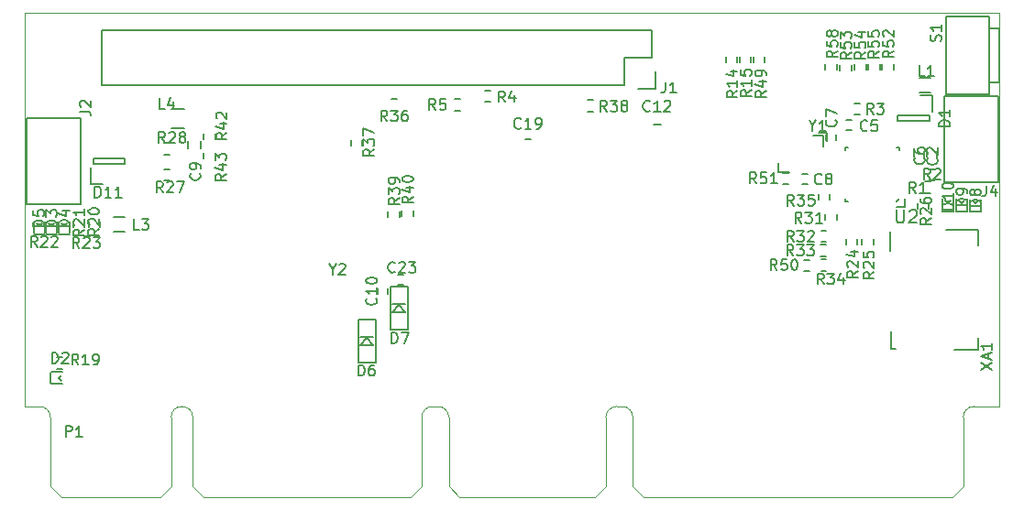
<source format=gbr>
G04 #@! TF.FileFunction,Legend,Top*
%FSLAX46Y46*%
G04 Gerber Fmt 4.6, Leading zero omitted, Abs format (unit mm)*
G04 Created by KiCad (PCBNEW 4.0.7) date 09/09/17 19:34:41*
%MOMM*%
%LPD*%
G01*
G04 APERTURE LIST*
%ADD10C,0.100000*%
%ADD11C,0.150000*%
G04 APERTURE END LIST*
D10*
X86767232Y-135759051D02*
X86767232Y-135359051D01*
X97917232Y-135359051D02*
X97917232Y-135759051D01*
X96917232Y-136759051D02*
X87767232Y-136759051D01*
X96917232Y-136759051D02*
X97917232Y-135759051D01*
X86767232Y-135759051D02*
X87767232Y-136759051D01*
X140567232Y-135759051D02*
X140567232Y-135359051D01*
X140567232Y-135759051D02*
X141567232Y-136759051D01*
X170067232Y-136759051D02*
X141567232Y-136759051D01*
X170067232Y-136759051D02*
X171067232Y-135759051D01*
X171067232Y-135359051D02*
X171067232Y-135759051D01*
X174417232Y-91959051D02*
X174417232Y-128359051D01*
X84417232Y-128359051D02*
X84417232Y-91959051D01*
X84417232Y-91959051D02*
X174417232Y-91959051D01*
X121067232Y-129359051D02*
X121067232Y-135359051D01*
X121067232Y-129359051D02*
G75*
G02X122067232Y-128359051I1000000J0D01*
G01*
X122567232Y-128359051D02*
X122067232Y-128359051D01*
X122567232Y-128359051D02*
G75*
G02X123567232Y-129359051I0J-1000000D01*
G01*
X123567232Y-135359051D02*
X123567232Y-129359051D01*
X138067232Y-129359051D02*
X138067232Y-135359051D01*
X138067232Y-129359051D02*
G75*
G02X139067232Y-128359051I1000000J0D01*
G01*
X139567232Y-128359051D02*
X139067232Y-128359051D01*
X139567232Y-128359051D02*
G75*
G02X140567232Y-129359051I0J-1000000D01*
G01*
X140567232Y-135359051D02*
X140567232Y-129359051D01*
X171067232Y-129359051D02*
X171067232Y-135359051D01*
X171067232Y-129359051D02*
G75*
G02X172067232Y-128359051I1000000J0D01*
G01*
X172067232Y-128359051D02*
X174417232Y-128359051D01*
X85767232Y-128359051D02*
X84417232Y-128359051D01*
X85767232Y-128359051D02*
G75*
G02X86767232Y-129359051I0J-1000000D01*
G01*
X86767232Y-135359051D02*
X86767232Y-129359051D01*
X97917232Y-129359051D02*
X97917232Y-135359051D01*
X97917232Y-129359051D02*
G75*
G02X99917232Y-129359051I1000000J0D01*
G01*
X99917232Y-135359051D02*
X99917232Y-129359051D01*
X137067232Y-136759051D02*
X124567232Y-136759051D01*
X137067232Y-136759051D02*
X138067232Y-135759051D01*
X138067232Y-135359051D02*
X138067232Y-135759051D01*
X123567232Y-135759051D02*
X123567232Y-135359051D01*
X123567232Y-135759051D02*
X124567232Y-136759051D01*
X120067232Y-136759051D02*
X100917232Y-136759051D01*
X120067232Y-136759051D02*
X121067232Y-135759051D01*
X121067232Y-135359051D02*
X121067232Y-135759051D01*
X99917232Y-135759051D02*
X99917232Y-135359051D01*
X99917232Y-135759051D02*
X100917232Y-136759051D01*
D11*
X151475000Y-96530000D02*
X151475000Y-96030000D01*
X150425000Y-96030000D02*
X150425000Y-96530000D01*
X97291000Y-105046000D02*
X97791000Y-105046000D01*
X97791000Y-103996000D02*
X97291000Y-103996000D01*
X172427800Y-122052800D02*
X172427800Y-123152800D01*
X172427800Y-123152800D02*
X170227800Y-123152800D01*
X169527800Y-112052800D02*
X172427800Y-112052800D01*
X172427800Y-112052800D02*
X172427800Y-113452800D01*
X164327800Y-113952800D02*
X164327800Y-112152800D01*
X164827800Y-123052800D02*
X164427800Y-123052800D01*
X164427800Y-123052800D02*
X164427800Y-121452800D01*
X161305000Y-113390000D02*
X161305000Y-112890000D01*
X160255000Y-112890000D02*
X160255000Y-113390000D01*
X158402000Y-103255000D02*
X158402000Y-103755000D01*
X159352000Y-103755000D02*
X159352000Y-103255000D01*
X156714000Y-106840000D02*
X156214000Y-106840000D01*
X156214000Y-107790000D02*
X156714000Y-107790000D01*
X160278000Y-102837000D02*
X160778000Y-102837000D01*
X160778000Y-101887000D02*
X160278000Y-101887000D01*
X100676000Y-103790000D02*
X100676000Y-104490000D01*
X99476000Y-104490000D02*
X99476000Y-103790000D01*
X166530000Y-104779000D02*
X166530000Y-105279000D01*
X167480000Y-105279000D02*
X167480000Y-104779000D01*
X167050000Y-97975000D02*
X168050000Y-97975000D01*
X168050000Y-99325000D02*
X167050000Y-99325000D01*
X93591000Y-112181000D02*
X92591000Y-112181000D01*
X92591000Y-110831000D02*
X93591000Y-110831000D01*
X97952000Y-100852000D02*
X99152000Y-100852000D01*
X99152000Y-102602000D02*
X97952000Y-102602000D01*
X167517000Y-108602000D02*
X168017000Y-108602000D01*
X168017000Y-107552000D02*
X167517000Y-107552000D01*
X168398000Y-106409000D02*
X167898000Y-106409000D01*
X167898000Y-107459000D02*
X168398000Y-107459000D01*
X126870000Y-100175000D02*
X127370000Y-100175000D01*
X127370000Y-99125000D02*
X126870000Y-99125000D01*
X124583000Y-99932000D02*
X124083000Y-99932000D01*
X124083000Y-100982000D02*
X124583000Y-100982000D01*
X97791000Y-106409000D02*
X97291000Y-106409000D01*
X97291000Y-107459000D02*
X97791000Y-107459000D01*
X101998000Y-103628000D02*
X101998000Y-103128000D01*
X100948000Y-103128000D02*
X100948000Y-103628000D01*
X101998000Y-105406000D02*
X101998000Y-104906000D01*
X100948000Y-104906000D02*
X100948000Y-105406000D01*
X161014600Y-101363000D02*
X161514600Y-101363000D01*
X161514600Y-100313000D02*
X161014600Y-100313000D01*
X118241000Y-100982000D02*
X118741000Y-100982000D01*
X118741000Y-99932000D02*
X118241000Y-99932000D01*
X159402000Y-111121000D02*
X159402000Y-110621000D01*
X158352000Y-110621000D02*
X158352000Y-111121000D01*
X157940000Y-113155000D02*
X158440000Y-113155000D01*
X158440000Y-112105000D02*
X157940000Y-112105000D01*
X157930000Y-114455000D02*
X158430000Y-114455000D01*
X158430000Y-113405000D02*
X157930000Y-113405000D01*
X157940000Y-115815000D02*
X158440000Y-115815000D01*
X158440000Y-114765000D02*
X157940000Y-114765000D01*
X158767000Y-109241400D02*
X158767000Y-108741400D01*
X157717000Y-108741400D02*
X157717000Y-109241400D01*
X115587000Y-104212200D02*
X115587000Y-103712200D01*
X114537000Y-103712200D02*
X114537000Y-104212200D01*
X165687000Y-109134000D02*
X165687000Y-109934000D01*
X165687000Y-109934000D02*
X164887000Y-109934000D01*
X165187000Y-109184000D02*
X164937000Y-109434000D01*
X160437000Y-109434000D02*
X160187000Y-109434000D01*
X160187000Y-109434000D02*
X160187000Y-109184000D01*
X164937000Y-104434000D02*
X165187000Y-104434000D01*
X165187000Y-104434000D02*
X165187000Y-104684000D01*
X160437000Y-104434000D02*
X160187000Y-104434000D01*
X160187000Y-104434000D02*
X160187000Y-104684000D01*
X158483000Y-103829000D02*
X158483000Y-103029000D01*
X158483000Y-103029000D02*
X157683000Y-103029000D01*
X154983000Y-106729000D02*
X153983000Y-106729000D01*
X153983000Y-106729000D02*
X153983000Y-105829000D01*
X158183000Y-104329000D02*
X158183000Y-103329000D01*
X158183000Y-103329000D02*
X157183000Y-103329000D01*
X173474080Y-93411040D02*
X174374080Y-93411040D01*
X174374080Y-93411040D02*
X174374080Y-98411040D01*
X174374080Y-98411040D02*
X173474080Y-98411040D01*
X173474080Y-92311040D02*
X169474080Y-92311040D01*
X169474080Y-92311040D02*
X169474080Y-99511040D01*
X169474080Y-99511040D02*
X173474080Y-99511040D01*
X173474080Y-99511040D02*
X173474080Y-92311040D01*
X167673000Y-104779000D02*
X167673000Y-105279000D01*
X168623000Y-105279000D02*
X168623000Y-104779000D01*
X90285000Y-111256000D02*
X90285000Y-111756000D01*
X91335000Y-111756000D02*
X91335000Y-111256000D01*
X88888000Y-111256000D02*
X88888000Y-111756000D01*
X89938000Y-111756000D02*
X89938000Y-111256000D01*
X85911800Y-113631200D02*
X86411800Y-113631200D01*
X86411800Y-112581200D02*
X85911800Y-112581200D01*
X162785000Y-113410000D02*
X162785000Y-112910000D01*
X161735000Y-112910000D02*
X161735000Y-113410000D01*
X166865000Y-109580000D02*
X166865000Y-110080000D01*
X167915000Y-110080000D02*
X167915000Y-109580000D01*
X116965000Y-117430000D02*
X116965000Y-117930000D01*
X117915000Y-117930000D02*
X117915000Y-117430000D01*
X142499600Y-101127000D02*
X143199600Y-101127000D01*
X143199600Y-102327000D02*
X142499600Y-102327000D01*
X130640000Y-103655000D02*
X131140000Y-103655000D01*
X131140000Y-102705000D02*
X130640000Y-102705000D01*
X116600000Y-121920000D02*
X115400000Y-121920000D01*
X116600000Y-122720000D02*
X115400000Y-122720000D01*
X115400000Y-122720000D02*
X116000000Y-122020000D01*
X116000000Y-122020000D02*
X116600000Y-122720000D01*
X116800000Y-124320000D02*
X116800000Y-120320000D01*
X116800000Y-120320000D02*
X115200000Y-120320000D01*
X115200000Y-120320000D02*
X115200000Y-124320000D01*
X115200000Y-124320000D02*
X116800000Y-124320000D01*
X119573600Y-118853000D02*
X118373600Y-118853000D01*
X119573600Y-119653000D02*
X118373600Y-119653000D01*
X118373600Y-119653000D02*
X118973600Y-118953000D01*
X118973600Y-118953000D02*
X119573600Y-119653000D01*
X119773600Y-121253000D02*
X119773600Y-117253000D01*
X119773600Y-117253000D02*
X118173600Y-117253000D01*
X118173600Y-117253000D02*
X118173600Y-121253000D01*
X118173600Y-121253000D02*
X119773600Y-121253000D01*
X150225000Y-96530000D02*
X150225000Y-96030000D01*
X149175000Y-96030000D02*
X149175000Y-96530000D01*
X87880000Y-123808000D02*
X87380000Y-123808000D01*
X87380000Y-124858000D02*
X87880000Y-124858000D01*
X89894600Y-113682000D02*
X90394600Y-113682000D01*
X90394600Y-112632000D02*
X89894600Y-112632000D01*
X136351200Y-101083600D02*
X136851200Y-101083600D01*
X136851200Y-100033600D02*
X136351200Y-100033600D01*
X119016000Y-110867000D02*
X119016000Y-110367000D01*
X117966000Y-110367000D02*
X117966000Y-110867000D01*
X120286000Y-110740000D02*
X120286000Y-110240000D01*
X119236000Y-110240000D02*
X119236000Y-110740000D01*
X119376000Y-116136400D02*
X118876000Y-116136400D01*
X118876000Y-117086400D02*
X119376000Y-117086400D01*
X89534000Y-101664000D02*
X89534000Y-109664000D01*
X89534000Y-109664000D02*
X84534000Y-109664000D01*
X84534000Y-109664000D02*
X84534000Y-101664000D01*
X84534000Y-101664000D02*
X89534000Y-101664000D01*
X169324940Y-107657400D02*
X169324940Y-99657400D01*
X169324940Y-99657400D02*
X174324940Y-99657400D01*
X174324940Y-99657400D02*
X174324940Y-107657400D01*
X174324940Y-107657400D02*
X169324940Y-107657400D01*
X168190000Y-101120000D02*
X168190000Y-99620000D01*
X168190000Y-99620000D02*
X167090000Y-99620000D01*
X167940000Y-101970000D02*
X167940000Y-101470000D01*
X165040000Y-101970000D02*
X167940000Y-101970000D01*
X165040000Y-101470000D02*
X165040000Y-101970000D01*
X167940000Y-101470000D02*
X165040000Y-101470000D01*
X90507000Y-106264000D02*
X90507000Y-107764000D01*
X90507000Y-107764000D02*
X91607000Y-107764000D01*
X90757000Y-105414000D02*
X90757000Y-105914000D01*
X93657000Y-105414000D02*
X90757000Y-105414000D01*
X93657000Y-105914000D02*
X93657000Y-105414000D01*
X90757000Y-105914000D02*
X93657000Y-105914000D01*
X152725000Y-96530000D02*
X152725000Y-96030000D01*
X151675000Y-96030000D02*
X151675000Y-96530000D01*
X156880000Y-114815000D02*
X156380000Y-114815000D01*
X156380000Y-115865000D02*
X156880000Y-115865000D01*
X154960000Y-106775000D02*
X154460000Y-106775000D01*
X154460000Y-107825000D02*
X154960000Y-107825000D01*
X164645000Y-97240000D02*
X164645000Y-96740000D01*
X163595000Y-96740000D02*
X163595000Y-97240000D01*
X160755000Y-97250000D02*
X160755000Y-96750000D01*
X159705000Y-96750000D02*
X159705000Y-97250000D01*
X162085000Y-97240000D02*
X162085000Y-96740000D01*
X161035000Y-96740000D02*
X161035000Y-97240000D01*
X163365000Y-97240000D02*
X163365000Y-96740000D01*
X162315000Y-96740000D02*
X162315000Y-97240000D01*
X159395000Y-97240000D02*
X159395000Y-96740000D01*
X158345000Y-96740000D02*
X158345000Y-97240000D01*
X142331440Y-93591380D02*
X91531440Y-93591380D01*
X139791440Y-98671380D02*
X91531440Y-98671380D01*
X91531440Y-93591380D02*
X91531440Y-98671380D01*
X142331440Y-93591380D02*
X142331440Y-96131380D01*
X141061440Y-98951380D02*
X142611440Y-98951380D01*
X142331440Y-96131380D02*
X139791440Y-96131380D01*
X139791440Y-96131380D02*
X139791440Y-98671380D01*
X142611440Y-98951380D02*
X142611440Y-97401380D01*
X86760400Y-125204600D02*
X86760400Y-126204600D01*
X87560400Y-125704600D02*
X87760400Y-125954600D01*
X87760400Y-125454600D02*
X87560400Y-125704600D01*
X87910400Y-125179600D02*
X86860400Y-125179600D01*
X87910400Y-126229600D02*
X86860400Y-126229600D01*
X86373000Y-112406000D02*
X87373000Y-112406000D01*
X86873000Y-111606000D02*
X87123000Y-111406000D01*
X86623000Y-111406000D02*
X86873000Y-111606000D01*
X86348000Y-111256000D02*
X86348000Y-112306000D01*
X87398000Y-111256000D02*
X87398000Y-112306000D01*
X87516000Y-112406000D02*
X88516000Y-112406000D01*
X88016000Y-111606000D02*
X88266000Y-111406000D01*
X87766000Y-111406000D02*
X88016000Y-111606000D01*
X87491000Y-111256000D02*
X87491000Y-112306000D01*
X88541000Y-111256000D02*
X88541000Y-112306000D01*
X85230000Y-112406000D02*
X86230000Y-112406000D01*
X85730000Y-111606000D02*
X85980000Y-111406000D01*
X85480000Y-111406000D02*
X85730000Y-111606000D01*
X85205000Y-111256000D02*
X85205000Y-112306000D01*
X86255000Y-111256000D02*
X86255000Y-112306000D01*
X171720000Y-110340000D02*
X172720000Y-110340000D01*
X172220000Y-109540000D02*
X172470000Y-109340000D01*
X171970000Y-109340000D02*
X172220000Y-109540000D01*
X171695000Y-109190000D02*
X171695000Y-110240000D01*
X172745000Y-109190000D02*
X172745000Y-110240000D01*
X170450000Y-110330000D02*
X171450000Y-110330000D01*
X170950000Y-109530000D02*
X171200000Y-109330000D01*
X170700000Y-109330000D02*
X170950000Y-109530000D01*
X170425000Y-109180000D02*
X170425000Y-110230000D01*
X171475000Y-109180000D02*
X171475000Y-110230000D01*
X169170000Y-110320000D02*
X170170000Y-110320000D01*
X169670000Y-109520000D02*
X169920000Y-109320000D01*
X169420000Y-109320000D02*
X169670000Y-109520000D01*
X169145000Y-109170000D02*
X169145000Y-110220000D01*
X170195000Y-109170000D02*
X170195000Y-110220000D01*
X112813809Y-115676190D02*
X112813809Y-116152381D01*
X112480476Y-115152381D02*
X112813809Y-115676190D01*
X113147143Y-115152381D01*
X113432857Y-115247619D02*
X113480476Y-115200000D01*
X113575714Y-115152381D01*
X113813810Y-115152381D01*
X113909048Y-115200000D01*
X113956667Y-115247619D01*
X114004286Y-115342857D01*
X114004286Y-115438095D01*
X113956667Y-115580952D01*
X113385238Y-116152381D01*
X114004286Y-116152381D01*
X151502381Y-99102857D02*
X151026190Y-99436191D01*
X151502381Y-99674286D02*
X150502381Y-99674286D01*
X150502381Y-99293333D01*
X150550000Y-99198095D01*
X150597619Y-99150476D01*
X150692857Y-99102857D01*
X150835714Y-99102857D01*
X150930952Y-99150476D01*
X150978571Y-99198095D01*
X151026190Y-99293333D01*
X151026190Y-99674286D01*
X151502381Y-98150476D02*
X151502381Y-98721905D01*
X151502381Y-98436191D02*
X150502381Y-98436191D01*
X150645238Y-98531429D01*
X150740476Y-98626667D01*
X150788095Y-98721905D01*
X150502381Y-97245714D02*
X150502381Y-97721905D01*
X150978571Y-97769524D01*
X150930952Y-97721905D01*
X150883333Y-97626667D01*
X150883333Y-97388571D01*
X150930952Y-97293333D01*
X150978571Y-97245714D01*
X151073810Y-97198095D01*
X151311905Y-97198095D01*
X151407143Y-97245714D01*
X151454762Y-97293333D01*
X151502381Y-97388571D01*
X151502381Y-97626667D01*
X151454762Y-97721905D01*
X151407143Y-97769524D01*
X97350343Y-103985321D02*
X97017009Y-103509130D01*
X96778914Y-103985321D02*
X96778914Y-102985321D01*
X97159867Y-102985321D01*
X97255105Y-103032940D01*
X97302724Y-103080559D01*
X97350343Y-103175797D01*
X97350343Y-103318654D01*
X97302724Y-103413892D01*
X97255105Y-103461511D01*
X97159867Y-103509130D01*
X96778914Y-103509130D01*
X97731295Y-103080559D02*
X97778914Y-103032940D01*
X97874152Y-102985321D01*
X98112248Y-102985321D01*
X98207486Y-103032940D01*
X98255105Y-103080559D01*
X98302724Y-103175797D01*
X98302724Y-103271035D01*
X98255105Y-103413892D01*
X97683676Y-103985321D01*
X98302724Y-103985321D01*
X98874152Y-103413892D02*
X98778914Y-103366273D01*
X98731295Y-103318654D01*
X98683676Y-103223416D01*
X98683676Y-103175797D01*
X98731295Y-103080559D01*
X98778914Y-103032940D01*
X98874152Y-102985321D01*
X99064629Y-102985321D01*
X99159867Y-103032940D01*
X99207486Y-103080559D01*
X99255105Y-103175797D01*
X99255105Y-103223416D01*
X99207486Y-103318654D01*
X99159867Y-103366273D01*
X99064629Y-103413892D01*
X98874152Y-103413892D01*
X98778914Y-103461511D01*
X98731295Y-103509130D01*
X98683676Y-103604369D01*
X98683676Y-103794845D01*
X98731295Y-103890083D01*
X98778914Y-103937702D01*
X98874152Y-103985321D01*
X99064629Y-103985321D01*
X99159867Y-103937702D01*
X99207486Y-103890083D01*
X99255105Y-103794845D01*
X99255105Y-103604369D01*
X99207486Y-103509130D01*
X99159867Y-103461511D01*
X99064629Y-103413892D01*
X172693081Y-124948795D02*
X173693081Y-124282128D01*
X172693081Y-124282128D02*
X173693081Y-124948795D01*
X173407367Y-123948795D02*
X173407367Y-123472604D01*
X173693081Y-124044033D02*
X172693081Y-123710700D01*
X173693081Y-123377366D01*
X173693081Y-122520223D02*
X173693081Y-123091652D01*
X173693081Y-122805938D02*
X172693081Y-122805938D01*
X172835938Y-122901176D01*
X172931176Y-122996414D01*
X172978795Y-123091652D01*
X161342381Y-115852857D02*
X160866190Y-116186191D01*
X161342381Y-116424286D02*
X160342381Y-116424286D01*
X160342381Y-116043333D01*
X160390000Y-115948095D01*
X160437619Y-115900476D01*
X160532857Y-115852857D01*
X160675714Y-115852857D01*
X160770952Y-115900476D01*
X160818571Y-115948095D01*
X160866190Y-116043333D01*
X160866190Y-116424286D01*
X160437619Y-115471905D02*
X160390000Y-115424286D01*
X160342381Y-115329048D01*
X160342381Y-115090952D01*
X160390000Y-114995714D01*
X160437619Y-114948095D01*
X160532857Y-114900476D01*
X160628095Y-114900476D01*
X160770952Y-114948095D01*
X161342381Y-115519524D01*
X161342381Y-114900476D01*
X160675714Y-114043333D02*
X161342381Y-114043333D01*
X160294762Y-114281429D02*
X161009048Y-114519524D01*
X161009048Y-113900476D01*
X159287143Y-101866666D02*
X159334762Y-101914285D01*
X159382381Y-102057142D01*
X159382381Y-102152380D01*
X159334762Y-102295238D01*
X159239524Y-102390476D01*
X159144286Y-102438095D01*
X158953810Y-102485714D01*
X158810952Y-102485714D01*
X158620476Y-102438095D01*
X158525238Y-102390476D01*
X158430000Y-102295238D01*
X158382381Y-102152380D01*
X158382381Y-102057142D01*
X158430000Y-101914285D01*
X158477619Y-101866666D01*
X158382381Y-101533333D02*
X158382381Y-100866666D01*
X159382381Y-101295238D01*
X157993334Y-107737143D02*
X157945715Y-107784762D01*
X157802858Y-107832381D01*
X157707620Y-107832381D01*
X157564762Y-107784762D01*
X157469524Y-107689524D01*
X157421905Y-107594286D01*
X157374286Y-107403810D01*
X157374286Y-107260952D01*
X157421905Y-107070476D01*
X157469524Y-106975238D01*
X157564762Y-106880000D01*
X157707620Y-106832381D01*
X157802858Y-106832381D01*
X157945715Y-106880000D01*
X157993334Y-106927619D01*
X158564762Y-107260952D02*
X158469524Y-107213333D01*
X158421905Y-107165714D01*
X158374286Y-107070476D01*
X158374286Y-107022857D01*
X158421905Y-106927619D01*
X158469524Y-106880000D01*
X158564762Y-106832381D01*
X158755239Y-106832381D01*
X158850477Y-106880000D01*
X158898096Y-106927619D01*
X158945715Y-107022857D01*
X158945715Y-107070476D01*
X158898096Y-107165714D01*
X158850477Y-107213333D01*
X158755239Y-107260952D01*
X158564762Y-107260952D01*
X158469524Y-107308571D01*
X158421905Y-107356190D01*
X158374286Y-107451429D01*
X158374286Y-107641905D01*
X158421905Y-107737143D01*
X158469524Y-107784762D01*
X158564762Y-107832381D01*
X158755239Y-107832381D01*
X158850477Y-107784762D01*
X158898096Y-107737143D01*
X158945715Y-107641905D01*
X158945715Y-107451429D01*
X158898096Y-107356190D01*
X158850477Y-107308571D01*
X158755239Y-107260952D01*
X162203334Y-102797143D02*
X162155715Y-102844762D01*
X162012858Y-102892381D01*
X161917620Y-102892381D01*
X161774762Y-102844762D01*
X161679524Y-102749524D01*
X161631905Y-102654286D01*
X161584286Y-102463810D01*
X161584286Y-102320952D01*
X161631905Y-102130476D01*
X161679524Y-102035238D01*
X161774762Y-101940000D01*
X161917620Y-101892381D01*
X162012858Y-101892381D01*
X162155715Y-101940000D01*
X162203334Y-101987619D01*
X163108096Y-101892381D02*
X162631905Y-101892381D01*
X162584286Y-102368571D01*
X162631905Y-102320952D01*
X162727143Y-102273333D01*
X162965239Y-102273333D01*
X163060477Y-102320952D01*
X163108096Y-102368571D01*
X163155715Y-102463810D01*
X163155715Y-102701905D01*
X163108096Y-102797143D01*
X163060477Y-102844762D01*
X162965239Y-102892381D01*
X162727143Y-102892381D01*
X162631905Y-102844762D01*
X162584286Y-102797143D01*
X100542363Y-106798406D02*
X100589982Y-106846025D01*
X100637601Y-106988882D01*
X100637601Y-107084120D01*
X100589982Y-107226978D01*
X100494744Y-107322216D01*
X100399506Y-107369835D01*
X100209030Y-107417454D01*
X100066172Y-107417454D01*
X99875696Y-107369835D01*
X99780458Y-107322216D01*
X99685220Y-107226978D01*
X99637601Y-107084120D01*
X99637601Y-106988882D01*
X99685220Y-106846025D01*
X99732839Y-106798406D01*
X100637601Y-106322216D02*
X100637601Y-106131740D01*
X100589982Y-106036501D01*
X100542363Y-105988882D01*
X100399506Y-105893644D01*
X100209030Y-105846025D01*
X99828077Y-105846025D01*
X99732839Y-105893644D01*
X99685220Y-105941263D01*
X99637601Y-106036501D01*
X99637601Y-106226978D01*
X99685220Y-106322216D01*
X99732839Y-106369835D01*
X99828077Y-106417454D01*
X100066172Y-106417454D01*
X100161410Y-106369835D01*
X100209030Y-106322216D01*
X100256649Y-106226978D01*
X100256649Y-106036501D01*
X100209030Y-105941263D01*
X100161410Y-105893644D01*
X100066172Y-105846025D01*
X167427143Y-105336666D02*
X167474762Y-105384285D01*
X167522381Y-105527142D01*
X167522381Y-105622380D01*
X167474762Y-105765238D01*
X167379524Y-105860476D01*
X167284286Y-105908095D01*
X167093810Y-105955714D01*
X166950952Y-105955714D01*
X166760476Y-105908095D01*
X166665238Y-105860476D01*
X166570000Y-105765238D01*
X166522381Y-105622380D01*
X166522381Y-105527142D01*
X166570000Y-105384285D01*
X166617619Y-105336666D01*
X166522381Y-104479523D02*
X166522381Y-104670000D01*
X166570000Y-104765238D01*
X166617619Y-104812857D01*
X166760476Y-104908095D01*
X166950952Y-104955714D01*
X167331905Y-104955714D01*
X167427143Y-104908095D01*
X167474762Y-104860476D01*
X167522381Y-104765238D01*
X167522381Y-104574761D01*
X167474762Y-104479523D01*
X167427143Y-104431904D01*
X167331905Y-104384285D01*
X167093810Y-104384285D01*
X166998571Y-104431904D01*
X166950952Y-104479523D01*
X166903333Y-104574761D01*
X166903333Y-104765238D01*
X166950952Y-104860476D01*
X166998571Y-104908095D01*
X167093810Y-104955714D01*
X167505254Y-97822221D02*
X167029063Y-97822221D01*
X167029063Y-96822221D01*
X168362397Y-97822221D02*
X167790968Y-97822221D01*
X168076682Y-97822221D02*
X168076682Y-96822221D01*
X167981444Y-96965078D01*
X167886206Y-97060316D01*
X167790968Y-97107935D01*
X94961414Y-112024421D02*
X94485223Y-112024421D01*
X94485223Y-111024421D01*
X95199509Y-111024421D02*
X95818557Y-111024421D01*
X95485223Y-111405373D01*
X95628081Y-111405373D01*
X95723319Y-111452992D01*
X95770938Y-111500611D01*
X95818557Y-111595850D01*
X95818557Y-111833945D01*
X95770938Y-111929183D01*
X95723319Y-111976802D01*
X95628081Y-112024421D01*
X95342366Y-112024421D01*
X95247128Y-111976802D01*
X95199509Y-111929183D01*
X97315994Y-100807781D02*
X96839803Y-100807781D01*
X96839803Y-99807781D01*
X98077899Y-100141114D02*
X98077899Y-100807781D01*
X97839803Y-99760162D02*
X97601708Y-100474448D01*
X98220756Y-100474448D01*
X166683334Y-108602381D02*
X166350000Y-108126190D01*
X166111905Y-108602381D02*
X166111905Y-107602381D01*
X166492858Y-107602381D01*
X166588096Y-107650000D01*
X166635715Y-107697619D01*
X166683334Y-107792857D01*
X166683334Y-107935714D01*
X166635715Y-108030952D01*
X166588096Y-108078571D01*
X166492858Y-108126190D01*
X166111905Y-108126190D01*
X167635715Y-108602381D02*
X167064286Y-108602381D01*
X167350000Y-108602381D02*
X167350000Y-107602381D01*
X167254762Y-107745238D01*
X167159524Y-107840476D01*
X167064286Y-107888095D01*
X168013334Y-107372381D02*
X167680000Y-106896190D01*
X167441905Y-107372381D02*
X167441905Y-106372381D01*
X167822858Y-106372381D01*
X167918096Y-106420000D01*
X167965715Y-106467619D01*
X168013334Y-106562857D01*
X168013334Y-106705714D01*
X167965715Y-106800952D01*
X167918096Y-106848571D01*
X167822858Y-106896190D01*
X167441905Y-106896190D01*
X168394286Y-106467619D02*
X168441905Y-106420000D01*
X168537143Y-106372381D01*
X168775239Y-106372381D01*
X168870477Y-106420000D01*
X168918096Y-106467619D01*
X168965715Y-106562857D01*
X168965715Y-106658095D01*
X168918096Y-106800952D01*
X168346667Y-107372381D01*
X168965715Y-107372381D01*
X128751654Y-100206521D02*
X128418320Y-99730330D01*
X128180225Y-100206521D02*
X128180225Y-99206521D01*
X128561178Y-99206521D01*
X128656416Y-99254140D01*
X128704035Y-99301759D01*
X128751654Y-99396997D01*
X128751654Y-99539854D01*
X128704035Y-99635092D01*
X128656416Y-99682711D01*
X128561178Y-99730330D01*
X128180225Y-99730330D01*
X129608797Y-99539854D02*
X129608797Y-100206521D01*
X129370701Y-99158902D02*
X129132606Y-99873188D01*
X129751654Y-99873188D01*
X122332454Y-100929701D02*
X121999120Y-100453510D01*
X121761025Y-100929701D02*
X121761025Y-99929701D01*
X122141978Y-99929701D01*
X122237216Y-99977320D01*
X122284835Y-100024939D01*
X122332454Y-100120177D01*
X122332454Y-100263034D01*
X122284835Y-100358272D01*
X122237216Y-100405891D01*
X122141978Y-100453510D01*
X121761025Y-100453510D01*
X123237216Y-99929701D02*
X122761025Y-99929701D01*
X122713406Y-100405891D01*
X122761025Y-100358272D01*
X122856263Y-100310653D01*
X123094359Y-100310653D01*
X123189597Y-100358272D01*
X123237216Y-100405891D01*
X123284835Y-100501130D01*
X123284835Y-100739225D01*
X123237216Y-100834463D01*
X123189597Y-100882082D01*
X123094359Y-100929701D01*
X122856263Y-100929701D01*
X122761025Y-100882082D01*
X122713406Y-100834463D01*
X97159843Y-108564941D02*
X96826509Y-108088750D01*
X96588414Y-108564941D02*
X96588414Y-107564941D01*
X96969367Y-107564941D01*
X97064605Y-107612560D01*
X97112224Y-107660179D01*
X97159843Y-107755417D01*
X97159843Y-107898274D01*
X97112224Y-107993512D01*
X97064605Y-108041131D01*
X96969367Y-108088750D01*
X96588414Y-108088750D01*
X97540795Y-107660179D02*
X97588414Y-107612560D01*
X97683652Y-107564941D01*
X97921748Y-107564941D01*
X98016986Y-107612560D01*
X98064605Y-107660179D01*
X98112224Y-107755417D01*
X98112224Y-107850655D01*
X98064605Y-107993512D01*
X97493176Y-108564941D01*
X98112224Y-108564941D01*
X98445557Y-107564941D02*
X99112224Y-107564941D01*
X98683652Y-108564941D01*
X103068381Y-103055657D02*
X102592190Y-103388991D01*
X103068381Y-103627086D02*
X102068381Y-103627086D01*
X102068381Y-103246133D01*
X102116000Y-103150895D01*
X102163619Y-103103276D01*
X102258857Y-103055657D01*
X102401714Y-103055657D01*
X102496952Y-103103276D01*
X102544571Y-103150895D01*
X102592190Y-103246133D01*
X102592190Y-103627086D01*
X102401714Y-102198514D02*
X103068381Y-102198514D01*
X102020762Y-102436610D02*
X102735048Y-102674705D01*
X102735048Y-102055657D01*
X102163619Y-101722324D02*
X102116000Y-101674705D01*
X102068381Y-101579467D01*
X102068381Y-101341371D01*
X102116000Y-101246133D01*
X102163619Y-101198514D01*
X102258857Y-101150895D01*
X102354095Y-101150895D01*
X102496952Y-101198514D01*
X103068381Y-101769943D01*
X103068381Y-101150895D01*
X103007421Y-106875817D02*
X102531230Y-107209151D01*
X103007421Y-107447246D02*
X102007421Y-107447246D01*
X102007421Y-107066293D01*
X102055040Y-106971055D01*
X102102659Y-106923436D01*
X102197897Y-106875817D01*
X102340754Y-106875817D01*
X102435992Y-106923436D01*
X102483611Y-106971055D01*
X102531230Y-107066293D01*
X102531230Y-107447246D01*
X102340754Y-106018674D02*
X103007421Y-106018674D01*
X101959802Y-106256770D02*
X102674088Y-106494865D01*
X102674088Y-105875817D01*
X102007421Y-105590103D02*
X102007421Y-104971055D01*
X102388373Y-105304389D01*
X102388373Y-105161531D01*
X102435992Y-105066293D01*
X102483611Y-105018674D01*
X102578850Y-104971055D01*
X102816945Y-104971055D01*
X102912183Y-105018674D01*
X102959802Y-105066293D01*
X103007421Y-105161531D01*
X103007421Y-105447246D01*
X102959802Y-105542484D01*
X102912183Y-105590103D01*
X162773334Y-101322381D02*
X162440000Y-100846190D01*
X162201905Y-101322381D02*
X162201905Y-100322381D01*
X162582858Y-100322381D01*
X162678096Y-100370000D01*
X162725715Y-100417619D01*
X162773334Y-100512857D01*
X162773334Y-100655714D01*
X162725715Y-100750952D01*
X162678096Y-100798571D01*
X162582858Y-100846190D01*
X162201905Y-100846190D01*
X163106667Y-100322381D02*
X163725715Y-100322381D01*
X163392381Y-100703333D01*
X163535239Y-100703333D01*
X163630477Y-100750952D01*
X163678096Y-100798571D01*
X163725715Y-100893810D01*
X163725715Y-101131905D01*
X163678096Y-101227143D01*
X163630477Y-101274762D01*
X163535239Y-101322381D01*
X163249524Y-101322381D01*
X163154286Y-101274762D01*
X163106667Y-101227143D01*
X117878623Y-101981261D02*
X117545289Y-101505070D01*
X117307194Y-101981261D02*
X117307194Y-100981261D01*
X117688147Y-100981261D01*
X117783385Y-101028880D01*
X117831004Y-101076499D01*
X117878623Y-101171737D01*
X117878623Y-101314594D01*
X117831004Y-101409832D01*
X117783385Y-101457451D01*
X117688147Y-101505070D01*
X117307194Y-101505070D01*
X118211956Y-100981261D02*
X118831004Y-100981261D01*
X118497670Y-101362213D01*
X118640528Y-101362213D01*
X118735766Y-101409832D01*
X118783385Y-101457451D01*
X118831004Y-101552690D01*
X118831004Y-101790785D01*
X118783385Y-101886023D01*
X118735766Y-101933642D01*
X118640528Y-101981261D01*
X118354813Y-101981261D01*
X118259575Y-101933642D01*
X118211956Y-101886023D01*
X119688147Y-100981261D02*
X119497670Y-100981261D01*
X119402432Y-101028880D01*
X119354813Y-101076499D01*
X119259575Y-101219356D01*
X119211956Y-101409832D01*
X119211956Y-101790785D01*
X119259575Y-101886023D01*
X119307194Y-101933642D01*
X119402432Y-101981261D01*
X119592909Y-101981261D01*
X119688147Y-101933642D01*
X119735766Y-101886023D01*
X119783385Y-101790785D01*
X119783385Y-101552690D01*
X119735766Y-101457451D01*
X119688147Y-101409832D01*
X119592909Y-101362213D01*
X119402432Y-101362213D01*
X119307194Y-101409832D01*
X119259575Y-101457451D01*
X119211956Y-101552690D01*
X156147143Y-111402381D02*
X155813809Y-110926190D01*
X155575714Y-111402381D02*
X155575714Y-110402381D01*
X155956667Y-110402381D01*
X156051905Y-110450000D01*
X156099524Y-110497619D01*
X156147143Y-110592857D01*
X156147143Y-110735714D01*
X156099524Y-110830952D01*
X156051905Y-110878571D01*
X155956667Y-110926190D01*
X155575714Y-110926190D01*
X156480476Y-110402381D02*
X157099524Y-110402381D01*
X156766190Y-110783333D01*
X156909048Y-110783333D01*
X157004286Y-110830952D01*
X157051905Y-110878571D01*
X157099524Y-110973810D01*
X157099524Y-111211905D01*
X157051905Y-111307143D01*
X157004286Y-111354762D01*
X156909048Y-111402381D01*
X156623333Y-111402381D01*
X156528095Y-111354762D01*
X156480476Y-111307143D01*
X158051905Y-111402381D02*
X157480476Y-111402381D01*
X157766190Y-111402381D02*
X157766190Y-110402381D01*
X157670952Y-110545238D01*
X157575714Y-110640476D01*
X157480476Y-110688095D01*
X155397143Y-113112381D02*
X155063809Y-112636190D01*
X154825714Y-113112381D02*
X154825714Y-112112381D01*
X155206667Y-112112381D01*
X155301905Y-112160000D01*
X155349524Y-112207619D01*
X155397143Y-112302857D01*
X155397143Y-112445714D01*
X155349524Y-112540952D01*
X155301905Y-112588571D01*
X155206667Y-112636190D01*
X154825714Y-112636190D01*
X155730476Y-112112381D02*
X156349524Y-112112381D01*
X156016190Y-112493333D01*
X156159048Y-112493333D01*
X156254286Y-112540952D01*
X156301905Y-112588571D01*
X156349524Y-112683810D01*
X156349524Y-112921905D01*
X156301905Y-113017143D01*
X156254286Y-113064762D01*
X156159048Y-113112381D01*
X155873333Y-113112381D01*
X155778095Y-113064762D01*
X155730476Y-113017143D01*
X156730476Y-112207619D02*
X156778095Y-112160000D01*
X156873333Y-112112381D01*
X157111429Y-112112381D01*
X157206667Y-112160000D01*
X157254286Y-112207619D01*
X157301905Y-112302857D01*
X157301905Y-112398095D01*
X157254286Y-112540952D01*
X156682857Y-113112381D01*
X157301905Y-113112381D01*
X155377143Y-114402381D02*
X155043809Y-113926190D01*
X154805714Y-114402381D02*
X154805714Y-113402381D01*
X155186667Y-113402381D01*
X155281905Y-113450000D01*
X155329524Y-113497619D01*
X155377143Y-113592857D01*
X155377143Y-113735714D01*
X155329524Y-113830952D01*
X155281905Y-113878571D01*
X155186667Y-113926190D01*
X154805714Y-113926190D01*
X155710476Y-113402381D02*
X156329524Y-113402381D01*
X155996190Y-113783333D01*
X156139048Y-113783333D01*
X156234286Y-113830952D01*
X156281905Y-113878571D01*
X156329524Y-113973810D01*
X156329524Y-114211905D01*
X156281905Y-114307143D01*
X156234286Y-114354762D01*
X156139048Y-114402381D01*
X155853333Y-114402381D01*
X155758095Y-114354762D01*
X155710476Y-114307143D01*
X156662857Y-113402381D02*
X157281905Y-113402381D01*
X156948571Y-113783333D01*
X157091429Y-113783333D01*
X157186667Y-113830952D01*
X157234286Y-113878571D01*
X157281905Y-113973810D01*
X157281905Y-114211905D01*
X157234286Y-114307143D01*
X157186667Y-114354762D01*
X157091429Y-114402381D01*
X156805714Y-114402381D01*
X156710476Y-114354762D01*
X156662857Y-114307143D01*
X158187143Y-117052381D02*
X157853809Y-116576190D01*
X157615714Y-117052381D02*
X157615714Y-116052381D01*
X157996667Y-116052381D01*
X158091905Y-116100000D01*
X158139524Y-116147619D01*
X158187143Y-116242857D01*
X158187143Y-116385714D01*
X158139524Y-116480952D01*
X158091905Y-116528571D01*
X157996667Y-116576190D01*
X157615714Y-116576190D01*
X158520476Y-116052381D02*
X159139524Y-116052381D01*
X158806190Y-116433333D01*
X158949048Y-116433333D01*
X159044286Y-116480952D01*
X159091905Y-116528571D01*
X159139524Y-116623810D01*
X159139524Y-116861905D01*
X159091905Y-116957143D01*
X159044286Y-117004762D01*
X158949048Y-117052381D01*
X158663333Y-117052381D01*
X158568095Y-117004762D01*
X158520476Y-116957143D01*
X159996667Y-116385714D02*
X159996667Y-117052381D01*
X159758571Y-116004762D02*
X159520476Y-116719048D01*
X160139524Y-116719048D01*
X155437143Y-109782381D02*
X155103809Y-109306190D01*
X154865714Y-109782381D02*
X154865714Y-108782381D01*
X155246667Y-108782381D01*
X155341905Y-108830000D01*
X155389524Y-108877619D01*
X155437143Y-108972857D01*
X155437143Y-109115714D01*
X155389524Y-109210952D01*
X155341905Y-109258571D01*
X155246667Y-109306190D01*
X154865714Y-109306190D01*
X155770476Y-108782381D02*
X156389524Y-108782381D01*
X156056190Y-109163333D01*
X156199048Y-109163333D01*
X156294286Y-109210952D01*
X156341905Y-109258571D01*
X156389524Y-109353810D01*
X156389524Y-109591905D01*
X156341905Y-109687143D01*
X156294286Y-109734762D01*
X156199048Y-109782381D01*
X155913333Y-109782381D01*
X155818095Y-109734762D01*
X155770476Y-109687143D01*
X157294286Y-108782381D02*
X156818095Y-108782381D01*
X156770476Y-109258571D01*
X156818095Y-109210952D01*
X156913333Y-109163333D01*
X157151429Y-109163333D01*
X157246667Y-109210952D01*
X157294286Y-109258571D01*
X157341905Y-109353810D01*
X157341905Y-109591905D01*
X157294286Y-109687143D01*
X157246667Y-109734762D01*
X157151429Y-109782381D01*
X156913333Y-109782381D01*
X156818095Y-109734762D01*
X156770476Y-109687143D01*
X116672621Y-104579657D02*
X116196430Y-104912991D01*
X116672621Y-105151086D02*
X115672621Y-105151086D01*
X115672621Y-104770133D01*
X115720240Y-104674895D01*
X115767859Y-104627276D01*
X115863097Y-104579657D01*
X116005954Y-104579657D01*
X116101192Y-104627276D01*
X116148811Y-104674895D01*
X116196430Y-104770133D01*
X116196430Y-105151086D01*
X115672621Y-104246324D02*
X115672621Y-103627276D01*
X116053573Y-103960610D01*
X116053573Y-103817752D01*
X116101192Y-103722514D01*
X116148811Y-103674895D01*
X116244050Y-103627276D01*
X116482145Y-103627276D01*
X116577383Y-103674895D01*
X116625002Y-103722514D01*
X116672621Y-103817752D01*
X116672621Y-104103467D01*
X116625002Y-104198705D01*
X116577383Y-104246324D01*
X115672621Y-103293943D02*
X115672621Y-102627276D01*
X116672621Y-103055848D01*
X164912154Y-110183377D02*
X164912154Y-111154806D01*
X164969297Y-111269091D01*
X165026440Y-111326234D01*
X165140726Y-111383377D01*
X165369297Y-111383377D01*
X165483583Y-111326234D01*
X165540726Y-111269091D01*
X165597869Y-111154806D01*
X165597869Y-110183377D01*
X166112154Y-110297663D02*
X166169297Y-110240520D01*
X166283583Y-110183377D01*
X166569297Y-110183377D01*
X166683583Y-110240520D01*
X166740726Y-110297663D01*
X166797869Y-110411949D01*
X166797869Y-110526234D01*
X166740726Y-110697663D01*
X166055012Y-111383377D01*
X166797869Y-111383377D01*
X157166369Y-102409310D02*
X157166369Y-102885501D01*
X156833036Y-101885501D02*
X157166369Y-102409310D01*
X157499703Y-101885501D01*
X158356846Y-102885501D02*
X157785417Y-102885501D01*
X158071131Y-102885501D02*
X158071131Y-101885501D01*
X157975893Y-102028358D01*
X157880655Y-102123596D01*
X157785417Y-102171215D01*
X168978842Y-94572945D02*
X169026461Y-94430088D01*
X169026461Y-94191992D01*
X168978842Y-94096754D01*
X168931223Y-94049135D01*
X168835985Y-94001516D01*
X168740747Y-94001516D01*
X168645509Y-94049135D01*
X168597890Y-94096754D01*
X168550270Y-94191992D01*
X168502651Y-94382469D01*
X168455032Y-94477707D01*
X168407413Y-94525326D01*
X168312175Y-94572945D01*
X168216937Y-94572945D01*
X168121699Y-94525326D01*
X168074080Y-94477707D01*
X168026461Y-94382469D01*
X168026461Y-94144373D01*
X168074080Y-94001516D01*
X169026461Y-93049135D02*
X169026461Y-93620564D01*
X169026461Y-93334850D02*
X168026461Y-93334850D01*
X168169318Y-93430088D01*
X168264556Y-93525326D01*
X168312175Y-93620564D01*
X168617143Y-105376666D02*
X168664762Y-105424285D01*
X168712381Y-105567142D01*
X168712381Y-105662380D01*
X168664762Y-105805238D01*
X168569524Y-105900476D01*
X168474286Y-105948095D01*
X168283810Y-105995714D01*
X168140952Y-105995714D01*
X167950476Y-105948095D01*
X167855238Y-105900476D01*
X167760000Y-105805238D01*
X167712381Y-105662380D01*
X167712381Y-105567142D01*
X167760000Y-105424285D01*
X167807619Y-105376666D01*
X167807619Y-104995714D02*
X167760000Y-104948095D01*
X167712381Y-104852857D01*
X167712381Y-104614761D01*
X167760000Y-104519523D01*
X167807619Y-104471904D01*
X167902857Y-104424285D01*
X167998095Y-104424285D01*
X168140952Y-104471904D01*
X168712381Y-105043333D01*
X168712381Y-104424285D01*
X91282381Y-111932857D02*
X90806190Y-112266191D01*
X91282381Y-112504286D02*
X90282381Y-112504286D01*
X90282381Y-112123333D01*
X90330000Y-112028095D01*
X90377619Y-111980476D01*
X90472857Y-111932857D01*
X90615714Y-111932857D01*
X90710952Y-111980476D01*
X90758571Y-112028095D01*
X90806190Y-112123333D01*
X90806190Y-112504286D01*
X90377619Y-111551905D02*
X90330000Y-111504286D01*
X90282381Y-111409048D01*
X90282381Y-111170952D01*
X90330000Y-111075714D01*
X90377619Y-111028095D01*
X90472857Y-110980476D01*
X90568095Y-110980476D01*
X90710952Y-111028095D01*
X91282381Y-111599524D01*
X91282381Y-110980476D01*
X90282381Y-110361429D02*
X90282381Y-110266190D01*
X90330000Y-110170952D01*
X90377619Y-110123333D01*
X90472857Y-110075714D01*
X90663333Y-110028095D01*
X90901429Y-110028095D01*
X91091905Y-110075714D01*
X91187143Y-110123333D01*
X91234762Y-110170952D01*
X91282381Y-110266190D01*
X91282381Y-110361429D01*
X91234762Y-110456667D01*
X91187143Y-110504286D01*
X91091905Y-110551905D01*
X90901429Y-110599524D01*
X90663333Y-110599524D01*
X90472857Y-110551905D01*
X90377619Y-110504286D01*
X90330000Y-110456667D01*
X90282381Y-110361429D01*
X89892381Y-111992857D02*
X89416190Y-112326191D01*
X89892381Y-112564286D02*
X88892381Y-112564286D01*
X88892381Y-112183333D01*
X88940000Y-112088095D01*
X88987619Y-112040476D01*
X89082857Y-111992857D01*
X89225714Y-111992857D01*
X89320952Y-112040476D01*
X89368571Y-112088095D01*
X89416190Y-112183333D01*
X89416190Y-112564286D01*
X88987619Y-111611905D02*
X88940000Y-111564286D01*
X88892381Y-111469048D01*
X88892381Y-111230952D01*
X88940000Y-111135714D01*
X88987619Y-111088095D01*
X89082857Y-111040476D01*
X89178095Y-111040476D01*
X89320952Y-111088095D01*
X89892381Y-111659524D01*
X89892381Y-111040476D01*
X89892381Y-110088095D02*
X89892381Y-110659524D01*
X89892381Y-110373810D02*
X88892381Y-110373810D01*
X89035238Y-110469048D01*
X89130476Y-110564286D01*
X89178095Y-110659524D01*
X85547143Y-113592381D02*
X85213809Y-113116190D01*
X84975714Y-113592381D02*
X84975714Y-112592381D01*
X85356667Y-112592381D01*
X85451905Y-112640000D01*
X85499524Y-112687619D01*
X85547143Y-112782857D01*
X85547143Y-112925714D01*
X85499524Y-113020952D01*
X85451905Y-113068571D01*
X85356667Y-113116190D01*
X84975714Y-113116190D01*
X85928095Y-112687619D02*
X85975714Y-112640000D01*
X86070952Y-112592381D01*
X86309048Y-112592381D01*
X86404286Y-112640000D01*
X86451905Y-112687619D01*
X86499524Y-112782857D01*
X86499524Y-112878095D01*
X86451905Y-113020952D01*
X85880476Y-113592381D01*
X86499524Y-113592381D01*
X86880476Y-112687619D02*
X86928095Y-112640000D01*
X87023333Y-112592381D01*
X87261429Y-112592381D01*
X87356667Y-112640000D01*
X87404286Y-112687619D01*
X87451905Y-112782857D01*
X87451905Y-112878095D01*
X87404286Y-113020952D01*
X86832857Y-113592381D01*
X87451905Y-113592381D01*
X162842381Y-115922857D02*
X162366190Y-116256191D01*
X162842381Y-116494286D02*
X161842381Y-116494286D01*
X161842381Y-116113333D01*
X161890000Y-116018095D01*
X161937619Y-115970476D01*
X162032857Y-115922857D01*
X162175714Y-115922857D01*
X162270952Y-115970476D01*
X162318571Y-116018095D01*
X162366190Y-116113333D01*
X162366190Y-116494286D01*
X161937619Y-115541905D02*
X161890000Y-115494286D01*
X161842381Y-115399048D01*
X161842381Y-115160952D01*
X161890000Y-115065714D01*
X161937619Y-115018095D01*
X162032857Y-114970476D01*
X162128095Y-114970476D01*
X162270952Y-115018095D01*
X162842381Y-115589524D01*
X162842381Y-114970476D01*
X161842381Y-114065714D02*
X161842381Y-114541905D01*
X162318571Y-114589524D01*
X162270952Y-114541905D01*
X162223333Y-114446667D01*
X162223333Y-114208571D01*
X162270952Y-114113333D01*
X162318571Y-114065714D01*
X162413810Y-114018095D01*
X162651905Y-114018095D01*
X162747143Y-114065714D01*
X162794762Y-114113333D01*
X162842381Y-114208571D01*
X162842381Y-114446667D01*
X162794762Y-114541905D01*
X162747143Y-114589524D01*
X168102381Y-110942857D02*
X167626190Y-111276191D01*
X168102381Y-111514286D02*
X167102381Y-111514286D01*
X167102381Y-111133333D01*
X167150000Y-111038095D01*
X167197619Y-110990476D01*
X167292857Y-110942857D01*
X167435714Y-110942857D01*
X167530952Y-110990476D01*
X167578571Y-111038095D01*
X167626190Y-111133333D01*
X167626190Y-111514286D01*
X167197619Y-110561905D02*
X167150000Y-110514286D01*
X167102381Y-110419048D01*
X167102381Y-110180952D01*
X167150000Y-110085714D01*
X167197619Y-110038095D01*
X167292857Y-109990476D01*
X167388095Y-109990476D01*
X167530952Y-110038095D01*
X168102381Y-110609524D01*
X168102381Y-109990476D01*
X167102381Y-109133333D02*
X167102381Y-109323810D01*
X167150000Y-109419048D01*
X167197619Y-109466667D01*
X167340476Y-109561905D01*
X167530952Y-109609524D01*
X167911905Y-109609524D01*
X168007143Y-109561905D01*
X168054762Y-109514286D01*
X168102381Y-109419048D01*
X168102381Y-109228571D01*
X168054762Y-109133333D01*
X168007143Y-109085714D01*
X167911905Y-109038095D01*
X167673810Y-109038095D01*
X167578571Y-109085714D01*
X167530952Y-109133333D01*
X167483333Y-109228571D01*
X167483333Y-109419048D01*
X167530952Y-109514286D01*
X167578571Y-109561905D01*
X167673810Y-109609524D01*
X116827143Y-118332857D02*
X116874762Y-118380476D01*
X116922381Y-118523333D01*
X116922381Y-118618571D01*
X116874762Y-118761429D01*
X116779524Y-118856667D01*
X116684286Y-118904286D01*
X116493810Y-118951905D01*
X116350952Y-118951905D01*
X116160476Y-118904286D01*
X116065238Y-118856667D01*
X115970000Y-118761429D01*
X115922381Y-118618571D01*
X115922381Y-118523333D01*
X115970000Y-118380476D01*
X116017619Y-118332857D01*
X116922381Y-117380476D02*
X116922381Y-117951905D01*
X116922381Y-117666191D02*
X115922381Y-117666191D01*
X116065238Y-117761429D01*
X116160476Y-117856667D01*
X116208095Y-117951905D01*
X115922381Y-116761429D02*
X115922381Y-116666190D01*
X115970000Y-116570952D01*
X116017619Y-116523333D01*
X116112857Y-116475714D01*
X116303333Y-116428095D01*
X116541429Y-116428095D01*
X116731905Y-116475714D01*
X116827143Y-116523333D01*
X116874762Y-116570952D01*
X116922381Y-116666190D01*
X116922381Y-116761429D01*
X116874762Y-116856667D01*
X116827143Y-116904286D01*
X116731905Y-116951905D01*
X116541429Y-116999524D01*
X116303333Y-116999524D01*
X116112857Y-116951905D01*
X116017619Y-116904286D01*
X115970000Y-116856667D01*
X115922381Y-116761429D01*
X142125463Y-100981783D02*
X142077844Y-101029402D01*
X141934987Y-101077021D01*
X141839749Y-101077021D01*
X141696891Y-101029402D01*
X141601653Y-100934164D01*
X141554034Y-100838926D01*
X141506415Y-100648450D01*
X141506415Y-100505592D01*
X141554034Y-100315116D01*
X141601653Y-100219878D01*
X141696891Y-100124640D01*
X141839749Y-100077021D01*
X141934987Y-100077021D01*
X142077844Y-100124640D01*
X142125463Y-100172259D01*
X143077844Y-101077021D02*
X142506415Y-101077021D01*
X142792129Y-101077021D02*
X142792129Y-100077021D01*
X142696891Y-100219878D01*
X142601653Y-100315116D01*
X142506415Y-100362735D01*
X143458796Y-100172259D02*
X143506415Y-100124640D01*
X143601653Y-100077021D01*
X143839749Y-100077021D01*
X143934987Y-100124640D01*
X143982606Y-100172259D01*
X144030225Y-100267497D01*
X144030225Y-100362735D01*
X143982606Y-100505592D01*
X143411177Y-101077021D01*
X144030225Y-101077021D01*
X130224283Y-102579563D02*
X130176664Y-102627182D01*
X130033807Y-102674801D01*
X129938569Y-102674801D01*
X129795711Y-102627182D01*
X129700473Y-102531944D01*
X129652854Y-102436706D01*
X129605235Y-102246230D01*
X129605235Y-102103372D01*
X129652854Y-101912896D01*
X129700473Y-101817658D01*
X129795711Y-101722420D01*
X129938569Y-101674801D01*
X130033807Y-101674801D01*
X130176664Y-101722420D01*
X130224283Y-101770039D01*
X131176664Y-102674801D02*
X130605235Y-102674801D01*
X130890949Y-102674801D02*
X130890949Y-101674801D01*
X130795711Y-101817658D01*
X130700473Y-101912896D01*
X130605235Y-101960515D01*
X131652854Y-102674801D02*
X131843330Y-102674801D01*
X131938569Y-102627182D01*
X131986188Y-102579563D01*
X132081426Y-102436706D01*
X132129045Y-102246230D01*
X132129045Y-101865277D01*
X132081426Y-101770039D01*
X132033807Y-101722420D01*
X131938569Y-101674801D01*
X131748092Y-101674801D01*
X131652854Y-101722420D01*
X131605235Y-101770039D01*
X131557616Y-101865277D01*
X131557616Y-102103372D01*
X131605235Y-102198610D01*
X131652854Y-102246230D01*
X131748092Y-102293849D01*
X131938569Y-102293849D01*
X132033807Y-102246230D01*
X132081426Y-102198610D01*
X132129045Y-102103372D01*
X115216185Y-125520661D02*
X115216185Y-124520661D01*
X115454280Y-124520661D01*
X115597138Y-124568280D01*
X115692376Y-124663518D01*
X115739995Y-124758756D01*
X115787614Y-124949232D01*
X115787614Y-125092090D01*
X115739995Y-125282566D01*
X115692376Y-125377804D01*
X115597138Y-125473042D01*
X115454280Y-125520661D01*
X115216185Y-125520661D01*
X116644757Y-124520661D02*
X116454280Y-124520661D01*
X116359042Y-124568280D01*
X116311423Y-124615899D01*
X116216185Y-124758756D01*
X116168566Y-124949232D01*
X116168566Y-125330185D01*
X116216185Y-125425423D01*
X116263804Y-125473042D01*
X116359042Y-125520661D01*
X116549519Y-125520661D01*
X116644757Y-125473042D01*
X116692376Y-125425423D01*
X116739995Y-125330185D01*
X116739995Y-125092090D01*
X116692376Y-124996851D01*
X116644757Y-124949232D01*
X116549519Y-124901613D01*
X116359042Y-124901613D01*
X116263804Y-124949232D01*
X116216185Y-124996851D01*
X116168566Y-125092090D01*
X118286305Y-122509541D02*
X118286305Y-121509541D01*
X118524400Y-121509541D01*
X118667258Y-121557160D01*
X118762496Y-121652398D01*
X118810115Y-121747636D01*
X118857734Y-121938112D01*
X118857734Y-122080970D01*
X118810115Y-122271446D01*
X118762496Y-122366684D01*
X118667258Y-122461922D01*
X118524400Y-122509541D01*
X118286305Y-122509541D01*
X119191067Y-121509541D02*
X119857734Y-121509541D01*
X119429162Y-122509541D01*
X150222381Y-99172857D02*
X149746190Y-99506191D01*
X150222381Y-99744286D02*
X149222381Y-99744286D01*
X149222381Y-99363333D01*
X149270000Y-99268095D01*
X149317619Y-99220476D01*
X149412857Y-99172857D01*
X149555714Y-99172857D01*
X149650952Y-99220476D01*
X149698571Y-99268095D01*
X149746190Y-99363333D01*
X149746190Y-99744286D01*
X150222381Y-98220476D02*
X150222381Y-98791905D01*
X150222381Y-98506191D02*
X149222381Y-98506191D01*
X149365238Y-98601429D01*
X149460476Y-98696667D01*
X149508095Y-98791905D01*
X149555714Y-97363333D02*
X150222381Y-97363333D01*
X149174762Y-97601429D02*
X149889048Y-97839524D01*
X149889048Y-97220476D01*
X89349343Y-124505981D02*
X89016009Y-124029790D01*
X88777914Y-124505981D02*
X88777914Y-123505981D01*
X89158867Y-123505981D01*
X89254105Y-123553600D01*
X89301724Y-123601219D01*
X89349343Y-123696457D01*
X89349343Y-123839314D01*
X89301724Y-123934552D01*
X89254105Y-123982171D01*
X89158867Y-124029790D01*
X88777914Y-124029790D01*
X90301724Y-124505981D02*
X89730295Y-124505981D01*
X90016009Y-124505981D02*
X90016009Y-123505981D01*
X89920771Y-123648838D01*
X89825533Y-123744076D01*
X89730295Y-123791695D01*
X90777914Y-124505981D02*
X90968390Y-124505981D01*
X91063629Y-124458362D01*
X91111248Y-124410743D01*
X91206486Y-124267886D01*
X91254105Y-124077410D01*
X91254105Y-123696457D01*
X91206486Y-123601219D01*
X91158867Y-123553600D01*
X91063629Y-123505981D01*
X90873152Y-123505981D01*
X90777914Y-123553600D01*
X90730295Y-123601219D01*
X90682676Y-123696457D01*
X90682676Y-123934552D01*
X90730295Y-124029790D01*
X90777914Y-124077410D01*
X90873152Y-124125029D01*
X91063629Y-124125029D01*
X91158867Y-124077410D01*
X91206486Y-124029790D01*
X91254105Y-123934552D01*
X89437143Y-113712381D02*
X89103809Y-113236190D01*
X88865714Y-113712381D02*
X88865714Y-112712381D01*
X89246667Y-112712381D01*
X89341905Y-112760000D01*
X89389524Y-112807619D01*
X89437143Y-112902857D01*
X89437143Y-113045714D01*
X89389524Y-113140952D01*
X89341905Y-113188571D01*
X89246667Y-113236190D01*
X88865714Y-113236190D01*
X89818095Y-112807619D02*
X89865714Y-112760000D01*
X89960952Y-112712381D01*
X90199048Y-112712381D01*
X90294286Y-112760000D01*
X90341905Y-112807619D01*
X90389524Y-112902857D01*
X90389524Y-112998095D01*
X90341905Y-113140952D01*
X89770476Y-113712381D01*
X90389524Y-113712381D01*
X90722857Y-112712381D02*
X91341905Y-112712381D01*
X91008571Y-113093333D01*
X91151429Y-113093333D01*
X91246667Y-113140952D01*
X91294286Y-113188571D01*
X91341905Y-113283810D01*
X91341905Y-113521905D01*
X91294286Y-113617143D01*
X91246667Y-113664762D01*
X91151429Y-113712381D01*
X90865714Y-113712381D01*
X90770476Y-113664762D01*
X90722857Y-113617143D01*
X138163063Y-101071941D02*
X137829729Y-100595750D01*
X137591634Y-101071941D02*
X137591634Y-100071941D01*
X137972587Y-100071941D01*
X138067825Y-100119560D01*
X138115444Y-100167179D01*
X138163063Y-100262417D01*
X138163063Y-100405274D01*
X138115444Y-100500512D01*
X138067825Y-100548131D01*
X137972587Y-100595750D01*
X137591634Y-100595750D01*
X138496396Y-100071941D02*
X139115444Y-100071941D01*
X138782110Y-100452893D01*
X138924968Y-100452893D01*
X139020206Y-100500512D01*
X139067825Y-100548131D01*
X139115444Y-100643370D01*
X139115444Y-100881465D01*
X139067825Y-100976703D01*
X139020206Y-101024322D01*
X138924968Y-101071941D01*
X138639253Y-101071941D01*
X138544015Y-101024322D01*
X138496396Y-100976703D01*
X139686872Y-100500512D02*
X139591634Y-100452893D01*
X139544015Y-100405274D01*
X139496396Y-100310036D01*
X139496396Y-100262417D01*
X139544015Y-100167179D01*
X139591634Y-100119560D01*
X139686872Y-100071941D01*
X139877349Y-100071941D01*
X139972587Y-100119560D01*
X140020206Y-100167179D01*
X140067825Y-100262417D01*
X140067825Y-100310036D01*
X140020206Y-100405274D01*
X139972587Y-100452893D01*
X139877349Y-100500512D01*
X139686872Y-100500512D01*
X139591634Y-100548131D01*
X139544015Y-100595750D01*
X139496396Y-100690989D01*
X139496396Y-100881465D01*
X139544015Y-100976703D01*
X139591634Y-101024322D01*
X139686872Y-101071941D01*
X139877349Y-101071941D01*
X139972587Y-101024322D01*
X140020206Y-100976703D01*
X140067825Y-100881465D01*
X140067825Y-100690989D01*
X140020206Y-100595750D01*
X139972587Y-100548131D01*
X139877349Y-100500512D01*
X119004341Y-109090697D02*
X118528150Y-109424031D01*
X119004341Y-109662126D02*
X118004341Y-109662126D01*
X118004341Y-109281173D01*
X118051960Y-109185935D01*
X118099579Y-109138316D01*
X118194817Y-109090697D01*
X118337674Y-109090697D01*
X118432912Y-109138316D01*
X118480531Y-109185935D01*
X118528150Y-109281173D01*
X118528150Y-109662126D01*
X118004341Y-108757364D02*
X118004341Y-108138316D01*
X118385293Y-108471650D01*
X118385293Y-108328792D01*
X118432912Y-108233554D01*
X118480531Y-108185935D01*
X118575770Y-108138316D01*
X118813865Y-108138316D01*
X118909103Y-108185935D01*
X118956722Y-108233554D01*
X119004341Y-108328792D01*
X119004341Y-108614507D01*
X118956722Y-108709745D01*
X118909103Y-108757364D01*
X119004341Y-107662126D02*
X119004341Y-107471650D01*
X118956722Y-107376411D01*
X118909103Y-107328792D01*
X118766246Y-107233554D01*
X118575770Y-107185935D01*
X118194817Y-107185935D01*
X118099579Y-107233554D01*
X118051960Y-107281173D01*
X118004341Y-107376411D01*
X118004341Y-107566888D01*
X118051960Y-107662126D01*
X118099579Y-107709745D01*
X118194817Y-107757364D01*
X118432912Y-107757364D01*
X118528150Y-107709745D01*
X118575770Y-107662126D01*
X118623389Y-107566888D01*
X118623389Y-107376411D01*
X118575770Y-107281173D01*
X118528150Y-107233554D01*
X118432912Y-107185935D01*
X120261641Y-108953537D02*
X119785450Y-109286871D01*
X120261641Y-109524966D02*
X119261641Y-109524966D01*
X119261641Y-109144013D01*
X119309260Y-109048775D01*
X119356879Y-109001156D01*
X119452117Y-108953537D01*
X119594974Y-108953537D01*
X119690212Y-109001156D01*
X119737831Y-109048775D01*
X119785450Y-109144013D01*
X119785450Y-109524966D01*
X119594974Y-108096394D02*
X120261641Y-108096394D01*
X119214022Y-108334490D02*
X119928308Y-108572585D01*
X119928308Y-107953537D01*
X119261641Y-107382109D02*
X119261641Y-107286870D01*
X119309260Y-107191632D01*
X119356879Y-107144013D01*
X119452117Y-107096394D01*
X119642593Y-107048775D01*
X119880689Y-107048775D01*
X120071165Y-107096394D01*
X120166403Y-107144013D01*
X120214022Y-107191632D01*
X120261641Y-107286870D01*
X120261641Y-107382109D01*
X120214022Y-107477347D01*
X120166403Y-107524966D01*
X120071165Y-107572585D01*
X119880689Y-107620204D01*
X119642593Y-107620204D01*
X119452117Y-107572585D01*
X119356879Y-107524966D01*
X119309260Y-107477347D01*
X119261641Y-107382109D01*
X118579663Y-115891583D02*
X118532044Y-115939202D01*
X118389187Y-115986821D01*
X118293949Y-115986821D01*
X118151091Y-115939202D01*
X118055853Y-115843964D01*
X118008234Y-115748726D01*
X117960615Y-115558250D01*
X117960615Y-115415392D01*
X118008234Y-115224916D01*
X118055853Y-115129678D01*
X118151091Y-115034440D01*
X118293949Y-114986821D01*
X118389187Y-114986821D01*
X118532044Y-115034440D01*
X118579663Y-115082059D01*
X118960615Y-115082059D02*
X119008234Y-115034440D01*
X119103472Y-114986821D01*
X119341568Y-114986821D01*
X119436806Y-115034440D01*
X119484425Y-115082059D01*
X119532044Y-115177297D01*
X119532044Y-115272535D01*
X119484425Y-115415392D01*
X118912996Y-115986821D01*
X119532044Y-115986821D01*
X119865377Y-114986821D02*
X120484425Y-114986821D01*
X120151091Y-115367773D01*
X120293949Y-115367773D01*
X120389187Y-115415392D01*
X120436806Y-115463011D01*
X120484425Y-115558250D01*
X120484425Y-115796345D01*
X120436806Y-115891583D01*
X120389187Y-115939202D01*
X120293949Y-115986821D01*
X120008234Y-115986821D01*
X119912996Y-115939202D01*
X119865377Y-115891583D01*
X89490301Y-101069733D02*
X90204587Y-101069733D01*
X90347444Y-101117353D01*
X90442682Y-101212591D01*
X90490301Y-101355448D01*
X90490301Y-101450686D01*
X89585539Y-100641162D02*
X89537920Y-100593543D01*
X89490301Y-100498305D01*
X89490301Y-100260209D01*
X89537920Y-100164971D01*
X89585539Y-100117352D01*
X89680777Y-100069733D01*
X89776015Y-100069733D01*
X89918872Y-100117352D01*
X90490301Y-100688781D01*
X90490301Y-100069733D01*
X173199467Y-107920541D02*
X173199467Y-108634827D01*
X173151847Y-108777684D01*
X173056609Y-108872922D01*
X172913752Y-108920541D01*
X172818514Y-108920541D01*
X174104229Y-108253874D02*
X174104229Y-108920541D01*
X173866133Y-107872922D02*
X173628038Y-108587208D01*
X174247086Y-108587208D01*
X169842381Y-102458095D02*
X168842381Y-102458095D01*
X168842381Y-102220000D01*
X168890000Y-102077142D01*
X168985238Y-101981904D01*
X169080476Y-101934285D01*
X169270952Y-101886666D01*
X169413810Y-101886666D01*
X169604286Y-101934285D01*
X169699524Y-101981904D01*
X169794762Y-102077142D01*
X169842381Y-102220000D01*
X169842381Y-102458095D01*
X169842381Y-100934285D02*
X169842381Y-101505714D01*
X169842381Y-101220000D02*
X168842381Y-101220000D01*
X168985238Y-101315238D01*
X169080476Y-101410476D01*
X169128095Y-101505714D01*
X90875714Y-109022381D02*
X90875714Y-108022381D01*
X91113809Y-108022381D01*
X91256667Y-108070000D01*
X91351905Y-108165238D01*
X91399524Y-108260476D01*
X91447143Y-108450952D01*
X91447143Y-108593810D01*
X91399524Y-108784286D01*
X91351905Y-108879524D01*
X91256667Y-108974762D01*
X91113809Y-109022381D01*
X90875714Y-109022381D01*
X92399524Y-109022381D02*
X91828095Y-109022381D01*
X92113809Y-109022381D02*
X92113809Y-108022381D01*
X92018571Y-108165238D01*
X91923333Y-108260476D01*
X91828095Y-108308095D01*
X93351905Y-109022381D02*
X92780476Y-109022381D01*
X93066190Y-109022381D02*
X93066190Y-108022381D01*
X92970952Y-108165238D01*
X92875714Y-108260476D01*
X92780476Y-108308095D01*
X152872381Y-99172857D02*
X152396190Y-99506191D01*
X152872381Y-99744286D02*
X151872381Y-99744286D01*
X151872381Y-99363333D01*
X151920000Y-99268095D01*
X151967619Y-99220476D01*
X152062857Y-99172857D01*
X152205714Y-99172857D01*
X152300952Y-99220476D01*
X152348571Y-99268095D01*
X152396190Y-99363333D01*
X152396190Y-99744286D01*
X152205714Y-98315714D02*
X152872381Y-98315714D01*
X151824762Y-98553810D02*
X152539048Y-98791905D01*
X152539048Y-98172857D01*
X152872381Y-97744286D02*
X152872381Y-97553810D01*
X152824762Y-97458571D01*
X152777143Y-97410952D01*
X152634286Y-97315714D01*
X152443810Y-97268095D01*
X152062857Y-97268095D01*
X151967619Y-97315714D01*
X151920000Y-97363333D01*
X151872381Y-97458571D01*
X151872381Y-97649048D01*
X151920000Y-97744286D01*
X151967619Y-97791905D01*
X152062857Y-97839524D01*
X152300952Y-97839524D01*
X152396190Y-97791905D01*
X152443810Y-97744286D01*
X152491429Y-97649048D01*
X152491429Y-97458571D01*
X152443810Y-97363333D01*
X152396190Y-97315714D01*
X152300952Y-97268095D01*
X153867143Y-115742381D02*
X153533809Y-115266190D01*
X153295714Y-115742381D02*
X153295714Y-114742381D01*
X153676667Y-114742381D01*
X153771905Y-114790000D01*
X153819524Y-114837619D01*
X153867143Y-114932857D01*
X153867143Y-115075714D01*
X153819524Y-115170952D01*
X153771905Y-115218571D01*
X153676667Y-115266190D01*
X153295714Y-115266190D01*
X154771905Y-114742381D02*
X154295714Y-114742381D01*
X154248095Y-115218571D01*
X154295714Y-115170952D01*
X154390952Y-115123333D01*
X154629048Y-115123333D01*
X154724286Y-115170952D01*
X154771905Y-115218571D01*
X154819524Y-115313810D01*
X154819524Y-115551905D01*
X154771905Y-115647143D01*
X154724286Y-115694762D01*
X154629048Y-115742381D01*
X154390952Y-115742381D01*
X154295714Y-115694762D01*
X154248095Y-115647143D01*
X155438571Y-114742381D02*
X155533810Y-114742381D01*
X155629048Y-114790000D01*
X155676667Y-114837619D01*
X155724286Y-114932857D01*
X155771905Y-115123333D01*
X155771905Y-115361429D01*
X155724286Y-115551905D01*
X155676667Y-115647143D01*
X155629048Y-115694762D01*
X155533810Y-115742381D01*
X155438571Y-115742381D01*
X155343333Y-115694762D01*
X155295714Y-115647143D01*
X155248095Y-115551905D01*
X155200476Y-115361429D01*
X155200476Y-115123333D01*
X155248095Y-114932857D01*
X155295714Y-114837619D01*
X155343333Y-114790000D01*
X155438571Y-114742381D01*
X151967143Y-107732381D02*
X151633809Y-107256190D01*
X151395714Y-107732381D02*
X151395714Y-106732381D01*
X151776667Y-106732381D01*
X151871905Y-106780000D01*
X151919524Y-106827619D01*
X151967143Y-106922857D01*
X151967143Y-107065714D01*
X151919524Y-107160952D01*
X151871905Y-107208571D01*
X151776667Y-107256190D01*
X151395714Y-107256190D01*
X152871905Y-106732381D02*
X152395714Y-106732381D01*
X152348095Y-107208571D01*
X152395714Y-107160952D01*
X152490952Y-107113333D01*
X152729048Y-107113333D01*
X152824286Y-107160952D01*
X152871905Y-107208571D01*
X152919524Y-107303810D01*
X152919524Y-107541905D01*
X152871905Y-107637143D01*
X152824286Y-107684762D01*
X152729048Y-107732381D01*
X152490952Y-107732381D01*
X152395714Y-107684762D01*
X152348095Y-107637143D01*
X153871905Y-107732381D02*
X153300476Y-107732381D01*
X153586190Y-107732381D02*
X153586190Y-106732381D01*
X153490952Y-106875238D01*
X153395714Y-106970476D01*
X153300476Y-107018095D01*
X164662381Y-95472857D02*
X164186190Y-95806191D01*
X164662381Y-96044286D02*
X163662381Y-96044286D01*
X163662381Y-95663333D01*
X163710000Y-95568095D01*
X163757619Y-95520476D01*
X163852857Y-95472857D01*
X163995714Y-95472857D01*
X164090952Y-95520476D01*
X164138571Y-95568095D01*
X164186190Y-95663333D01*
X164186190Y-96044286D01*
X163662381Y-94568095D02*
X163662381Y-95044286D01*
X164138571Y-95091905D01*
X164090952Y-95044286D01*
X164043333Y-94949048D01*
X164043333Y-94710952D01*
X164090952Y-94615714D01*
X164138571Y-94568095D01*
X164233810Y-94520476D01*
X164471905Y-94520476D01*
X164567143Y-94568095D01*
X164614762Y-94615714D01*
X164662381Y-94710952D01*
X164662381Y-94949048D01*
X164614762Y-95044286D01*
X164567143Y-95091905D01*
X163757619Y-94139524D02*
X163710000Y-94091905D01*
X163662381Y-93996667D01*
X163662381Y-93758571D01*
X163710000Y-93663333D01*
X163757619Y-93615714D01*
X163852857Y-93568095D01*
X163948095Y-93568095D01*
X164090952Y-93615714D01*
X164662381Y-94187143D01*
X164662381Y-93568095D01*
X160742381Y-95612857D02*
X160266190Y-95946191D01*
X160742381Y-96184286D02*
X159742381Y-96184286D01*
X159742381Y-95803333D01*
X159790000Y-95708095D01*
X159837619Y-95660476D01*
X159932857Y-95612857D01*
X160075714Y-95612857D01*
X160170952Y-95660476D01*
X160218571Y-95708095D01*
X160266190Y-95803333D01*
X160266190Y-96184286D01*
X159742381Y-94708095D02*
X159742381Y-95184286D01*
X160218571Y-95231905D01*
X160170952Y-95184286D01*
X160123333Y-95089048D01*
X160123333Y-94850952D01*
X160170952Y-94755714D01*
X160218571Y-94708095D01*
X160313810Y-94660476D01*
X160551905Y-94660476D01*
X160647143Y-94708095D01*
X160694762Y-94755714D01*
X160742381Y-94850952D01*
X160742381Y-95089048D01*
X160694762Y-95184286D01*
X160647143Y-95231905D01*
X159742381Y-94327143D02*
X159742381Y-93708095D01*
X160123333Y-94041429D01*
X160123333Y-93898571D01*
X160170952Y-93803333D01*
X160218571Y-93755714D01*
X160313810Y-93708095D01*
X160551905Y-93708095D01*
X160647143Y-93755714D01*
X160694762Y-93803333D01*
X160742381Y-93898571D01*
X160742381Y-94184286D01*
X160694762Y-94279524D01*
X160647143Y-94327143D01*
X162052381Y-95582857D02*
X161576190Y-95916191D01*
X162052381Y-96154286D02*
X161052381Y-96154286D01*
X161052381Y-95773333D01*
X161100000Y-95678095D01*
X161147619Y-95630476D01*
X161242857Y-95582857D01*
X161385714Y-95582857D01*
X161480952Y-95630476D01*
X161528571Y-95678095D01*
X161576190Y-95773333D01*
X161576190Y-96154286D01*
X161052381Y-94678095D02*
X161052381Y-95154286D01*
X161528571Y-95201905D01*
X161480952Y-95154286D01*
X161433333Y-95059048D01*
X161433333Y-94820952D01*
X161480952Y-94725714D01*
X161528571Y-94678095D01*
X161623810Y-94630476D01*
X161861905Y-94630476D01*
X161957143Y-94678095D01*
X162004762Y-94725714D01*
X162052381Y-94820952D01*
X162052381Y-95059048D01*
X162004762Y-95154286D01*
X161957143Y-95201905D01*
X161385714Y-93773333D02*
X162052381Y-93773333D01*
X161004762Y-94011429D02*
X161719048Y-94249524D01*
X161719048Y-93630476D01*
X163292381Y-95502857D02*
X162816190Y-95836191D01*
X163292381Y-96074286D02*
X162292381Y-96074286D01*
X162292381Y-95693333D01*
X162340000Y-95598095D01*
X162387619Y-95550476D01*
X162482857Y-95502857D01*
X162625714Y-95502857D01*
X162720952Y-95550476D01*
X162768571Y-95598095D01*
X162816190Y-95693333D01*
X162816190Y-96074286D01*
X162292381Y-94598095D02*
X162292381Y-95074286D01*
X162768571Y-95121905D01*
X162720952Y-95074286D01*
X162673333Y-94979048D01*
X162673333Y-94740952D01*
X162720952Y-94645714D01*
X162768571Y-94598095D01*
X162863810Y-94550476D01*
X163101905Y-94550476D01*
X163197143Y-94598095D01*
X163244762Y-94645714D01*
X163292381Y-94740952D01*
X163292381Y-94979048D01*
X163244762Y-95074286D01*
X163197143Y-95121905D01*
X162292381Y-93645714D02*
X162292381Y-94121905D01*
X162768571Y-94169524D01*
X162720952Y-94121905D01*
X162673333Y-94026667D01*
X162673333Y-93788571D01*
X162720952Y-93693333D01*
X162768571Y-93645714D01*
X162863810Y-93598095D01*
X163101905Y-93598095D01*
X163197143Y-93645714D01*
X163244762Y-93693333D01*
X163292381Y-93788571D01*
X163292381Y-94026667D01*
X163244762Y-94121905D01*
X163197143Y-94169524D01*
X159472381Y-95472857D02*
X158996190Y-95806191D01*
X159472381Y-96044286D02*
X158472381Y-96044286D01*
X158472381Y-95663333D01*
X158520000Y-95568095D01*
X158567619Y-95520476D01*
X158662857Y-95472857D01*
X158805714Y-95472857D01*
X158900952Y-95520476D01*
X158948571Y-95568095D01*
X158996190Y-95663333D01*
X158996190Y-96044286D01*
X158472381Y-94568095D02*
X158472381Y-95044286D01*
X158948571Y-95091905D01*
X158900952Y-95044286D01*
X158853333Y-94949048D01*
X158853333Y-94710952D01*
X158900952Y-94615714D01*
X158948571Y-94568095D01*
X159043810Y-94520476D01*
X159281905Y-94520476D01*
X159377143Y-94568095D01*
X159424762Y-94615714D01*
X159472381Y-94710952D01*
X159472381Y-94949048D01*
X159424762Y-95044286D01*
X159377143Y-95091905D01*
X158900952Y-93949048D02*
X158853333Y-94044286D01*
X158805714Y-94091905D01*
X158710476Y-94139524D01*
X158662857Y-94139524D01*
X158567619Y-94091905D01*
X158520000Y-94044286D01*
X158472381Y-93949048D01*
X158472381Y-93758571D01*
X158520000Y-93663333D01*
X158567619Y-93615714D01*
X158662857Y-93568095D01*
X158710476Y-93568095D01*
X158805714Y-93615714D01*
X158853333Y-93663333D01*
X158900952Y-93758571D01*
X158900952Y-93949048D01*
X158948571Y-94044286D01*
X158996190Y-94091905D01*
X159091429Y-94139524D01*
X159281905Y-94139524D01*
X159377143Y-94091905D01*
X159424762Y-94044286D01*
X159472381Y-93949048D01*
X159472381Y-93758571D01*
X159424762Y-93663333D01*
X159377143Y-93615714D01*
X159281905Y-93568095D01*
X159091429Y-93568095D01*
X158996190Y-93615714D01*
X158948571Y-93663333D01*
X158900952Y-93758571D01*
X143556667Y-98362381D02*
X143556667Y-99076667D01*
X143509047Y-99219524D01*
X143413809Y-99314762D01*
X143270952Y-99362381D01*
X143175714Y-99362381D01*
X144556667Y-99362381D02*
X143985238Y-99362381D01*
X144270952Y-99362381D02*
X144270952Y-98362381D01*
X144175714Y-98505238D01*
X144080476Y-98600476D01*
X143985238Y-98648095D01*
X88193705Y-131162781D02*
X88193705Y-130162781D01*
X88574658Y-130162781D01*
X88669896Y-130210400D01*
X88717515Y-130258019D01*
X88765134Y-130353257D01*
X88765134Y-130496114D01*
X88717515Y-130591352D01*
X88669896Y-130638971D01*
X88574658Y-130686590D01*
X88193705Y-130686590D01*
X89717515Y-131162781D02*
X89146086Y-131162781D01*
X89431800Y-131162781D02*
X89431800Y-130162781D01*
X89336562Y-130305638D01*
X89241324Y-130400876D01*
X89146086Y-130448495D01*
X86922305Y-124356981D02*
X86922305Y-123356981D01*
X87160400Y-123356981D01*
X87303258Y-123404600D01*
X87398496Y-123499838D01*
X87446115Y-123595076D01*
X87493734Y-123785552D01*
X87493734Y-123928410D01*
X87446115Y-124118886D01*
X87398496Y-124214124D01*
X87303258Y-124309362D01*
X87160400Y-124356981D01*
X86922305Y-124356981D01*
X87874686Y-123452219D02*
X87922305Y-123404600D01*
X88017543Y-123356981D01*
X88255639Y-123356981D01*
X88350877Y-123404600D01*
X88398496Y-123452219D01*
X88446115Y-123547457D01*
X88446115Y-123642695D01*
X88398496Y-123785552D01*
X87827067Y-124356981D01*
X88446115Y-124356981D01*
X87362381Y-111708095D02*
X86362381Y-111708095D01*
X86362381Y-111470000D01*
X86410000Y-111327142D01*
X86505238Y-111231904D01*
X86600476Y-111184285D01*
X86790952Y-111136666D01*
X86933810Y-111136666D01*
X87124286Y-111184285D01*
X87219524Y-111231904D01*
X87314762Y-111327142D01*
X87362381Y-111470000D01*
X87362381Y-111708095D01*
X86362381Y-110803333D02*
X86362381Y-110184285D01*
X86743333Y-110517619D01*
X86743333Y-110374761D01*
X86790952Y-110279523D01*
X86838571Y-110231904D01*
X86933810Y-110184285D01*
X87171905Y-110184285D01*
X87267143Y-110231904D01*
X87314762Y-110279523D01*
X87362381Y-110374761D01*
X87362381Y-110660476D01*
X87314762Y-110755714D01*
X87267143Y-110803333D01*
X88512381Y-111698095D02*
X87512381Y-111698095D01*
X87512381Y-111460000D01*
X87560000Y-111317142D01*
X87655238Y-111221904D01*
X87750476Y-111174285D01*
X87940952Y-111126666D01*
X88083810Y-111126666D01*
X88274286Y-111174285D01*
X88369524Y-111221904D01*
X88464762Y-111317142D01*
X88512381Y-111460000D01*
X88512381Y-111698095D01*
X87845714Y-110269523D02*
X88512381Y-110269523D01*
X87464762Y-110507619D02*
X88179048Y-110745714D01*
X88179048Y-110126666D01*
X86192381Y-111708095D02*
X85192381Y-111708095D01*
X85192381Y-111470000D01*
X85240000Y-111327142D01*
X85335238Y-111231904D01*
X85430476Y-111184285D01*
X85620952Y-111136666D01*
X85763810Y-111136666D01*
X85954286Y-111184285D01*
X86049524Y-111231904D01*
X86144762Y-111327142D01*
X86192381Y-111470000D01*
X86192381Y-111708095D01*
X85192381Y-110231904D02*
X85192381Y-110708095D01*
X85668571Y-110755714D01*
X85620952Y-110708095D01*
X85573333Y-110612857D01*
X85573333Y-110374761D01*
X85620952Y-110279523D01*
X85668571Y-110231904D01*
X85763810Y-110184285D01*
X86001905Y-110184285D01*
X86097143Y-110231904D01*
X86144762Y-110279523D01*
X86192381Y-110374761D01*
X86192381Y-110612857D01*
X86144762Y-110708095D01*
X86097143Y-110755714D01*
X172702381Y-109798095D02*
X171702381Y-109798095D01*
X171702381Y-109560000D01*
X171750000Y-109417142D01*
X171845238Y-109321904D01*
X171940476Y-109274285D01*
X172130952Y-109226666D01*
X172273810Y-109226666D01*
X172464286Y-109274285D01*
X172559524Y-109321904D01*
X172654762Y-109417142D01*
X172702381Y-109560000D01*
X172702381Y-109798095D01*
X172130952Y-108655238D02*
X172083333Y-108750476D01*
X172035714Y-108798095D01*
X171940476Y-108845714D01*
X171892857Y-108845714D01*
X171797619Y-108798095D01*
X171750000Y-108750476D01*
X171702381Y-108655238D01*
X171702381Y-108464761D01*
X171750000Y-108369523D01*
X171797619Y-108321904D01*
X171892857Y-108274285D01*
X171940476Y-108274285D01*
X172035714Y-108321904D01*
X172083333Y-108369523D01*
X172130952Y-108464761D01*
X172130952Y-108655238D01*
X172178571Y-108750476D01*
X172226190Y-108798095D01*
X172321429Y-108845714D01*
X172511905Y-108845714D01*
X172607143Y-108798095D01*
X172654762Y-108750476D01*
X172702381Y-108655238D01*
X172702381Y-108464761D01*
X172654762Y-108369523D01*
X172607143Y-108321904D01*
X172511905Y-108274285D01*
X172321429Y-108274285D01*
X172226190Y-108321904D01*
X172178571Y-108369523D01*
X172130952Y-108464761D01*
X171452381Y-109718095D02*
X170452381Y-109718095D01*
X170452381Y-109480000D01*
X170500000Y-109337142D01*
X170595238Y-109241904D01*
X170690476Y-109194285D01*
X170880952Y-109146666D01*
X171023810Y-109146666D01*
X171214286Y-109194285D01*
X171309524Y-109241904D01*
X171404762Y-109337142D01*
X171452381Y-109480000D01*
X171452381Y-109718095D01*
X171452381Y-108670476D02*
X171452381Y-108480000D01*
X171404762Y-108384761D01*
X171357143Y-108337142D01*
X171214286Y-108241904D01*
X171023810Y-108194285D01*
X170642857Y-108194285D01*
X170547619Y-108241904D01*
X170500000Y-108289523D01*
X170452381Y-108384761D01*
X170452381Y-108575238D01*
X170500000Y-108670476D01*
X170547619Y-108718095D01*
X170642857Y-108765714D01*
X170880952Y-108765714D01*
X170976190Y-108718095D01*
X171023810Y-108670476D01*
X171071429Y-108575238D01*
X171071429Y-108384761D01*
X171023810Y-108289523D01*
X170976190Y-108241904D01*
X170880952Y-108194285D01*
X170132381Y-110154286D02*
X169132381Y-110154286D01*
X169132381Y-109916191D01*
X169180000Y-109773333D01*
X169275238Y-109678095D01*
X169370476Y-109630476D01*
X169560952Y-109582857D01*
X169703810Y-109582857D01*
X169894286Y-109630476D01*
X169989524Y-109678095D01*
X170084762Y-109773333D01*
X170132381Y-109916191D01*
X170132381Y-110154286D01*
X170132381Y-108630476D02*
X170132381Y-109201905D01*
X170132381Y-108916191D02*
X169132381Y-108916191D01*
X169275238Y-109011429D01*
X169370476Y-109106667D01*
X169418095Y-109201905D01*
X169132381Y-108011429D02*
X169132381Y-107916190D01*
X169180000Y-107820952D01*
X169227619Y-107773333D01*
X169322857Y-107725714D01*
X169513333Y-107678095D01*
X169751429Y-107678095D01*
X169941905Y-107725714D01*
X170037143Y-107773333D01*
X170084762Y-107820952D01*
X170132381Y-107916190D01*
X170132381Y-108011429D01*
X170084762Y-108106667D01*
X170037143Y-108154286D01*
X169941905Y-108201905D01*
X169751429Y-108249524D01*
X169513333Y-108249524D01*
X169322857Y-108201905D01*
X169227619Y-108154286D01*
X169180000Y-108106667D01*
X169132381Y-108011429D01*
M02*

</source>
